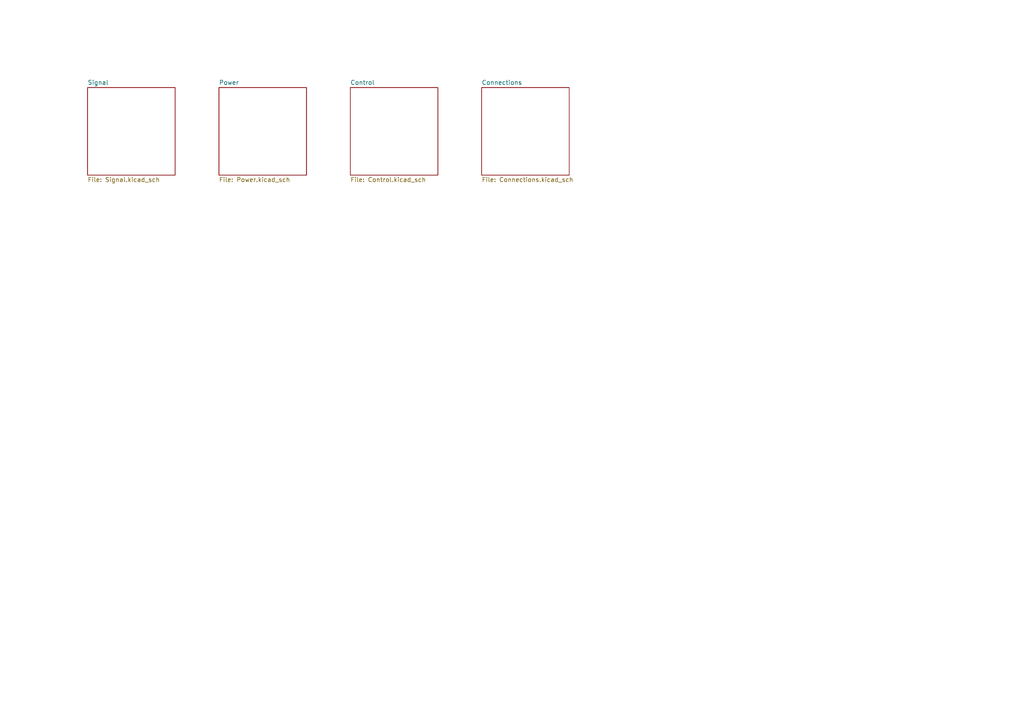
<source format=kicad_sch>
(kicad_sch
	(version 20231120)
	(generator "eeschema")
	(generator_version "8.0")
	(uuid "2b0bf6ef-6fb8-4b0f-8d72-c07d92ef1505")
	(paper "A4")
	(title_block
		(title "5kw Modular Traction Inverter Boost Converter")
		(date "2025-02-02")
		(rev "1")
		(company "Rail Vehicle Traction Inverter")
		(comment 1 "UCSC")
	)
	(lib_symbols)
	(sheet
		(at 101.6 25.4)
		(size 25.4 25.4)
		(fields_autoplaced yes)
		(stroke
			(width 0.1524)
			(type solid)
		)
		(fill
			(color 0 0 0 0.0000)
		)
		(uuid "37ee3ee0-aab0-4eff-92c8-47a0e2ab7113")
		(property "Sheetname" "Control"
			(at 101.6 24.6884 0)
			(effects
				(font
					(size 1.27 1.27)
				)
				(justify left bottom)
			)
		)
		(property "Sheetfile" "Control.kicad_sch"
			(at 101.6 51.3846 0)
			(effects
				(font
					(size 1.27 1.27)
				)
				(justify left top)
			)
		)
		(instances
			(project "InverterBoostConverter"
				(path "/2b0bf6ef-6fb8-4b0f-8d72-c07d92ef1505"
					(page "4")
				)
			)
		)
	)
	(sheet
		(at 25.4 25.4)
		(size 25.4 25.4)
		(fields_autoplaced yes)
		(stroke
			(width 0.1524)
			(type solid)
		)
		(fill
			(color 0 0 0 0.0000)
		)
		(uuid "527e7d2b-3639-4aaf-83b8-d008756c8827")
		(property "Sheetname" "Signal"
			(at 25.4 24.6884 0)
			(effects
				(font
					(size 1.27 1.27)
				)
				(justify left bottom)
			)
		)
		(property "Sheetfile" "Signal.kicad_sch"
			(at 25.4 51.3846 0)
			(effects
				(font
					(size 1.27 1.27)
				)
				(justify left top)
			)
		)
		(instances
			(project "InverterBoostConverter"
				(path "/2b0bf6ef-6fb8-4b0f-8d72-c07d92ef1505"
					(page "3")
				)
			)
		)
	)
	(sheet
		(at 139.7 25.4)
		(size 25.4 25.4)
		(fields_autoplaced yes)
		(stroke
			(width 0.1524)
			(type solid)
		)
		(fill
			(color 0 0 0 0.0000)
		)
		(uuid "82f7fab8-cbd5-42d4-beb1-f98996b2f032")
		(property "Sheetname" "Connections"
			(at 139.7 24.6884 0)
			(effects
				(font
					(size 1.27 1.27)
				)
				(justify left bottom)
			)
		)
		(property "Sheetfile" "Connections.kicad_sch"
			(at 139.7 51.3846 0)
			(effects
				(font
					(size 1.27 1.27)
				)
				(justify left top)
			)
		)
		(instances
			(project "InverterBoostConverter"
				(path "/2b0bf6ef-6fb8-4b0f-8d72-c07d92ef1505"
					(page "5")
				)
			)
		)
	)
	(sheet
		(at 63.5 25.4)
		(size 25.4 25.4)
		(fields_autoplaced yes)
		(stroke
			(width 0.1524)
			(type solid)
		)
		(fill
			(color 0 0 0 0.0000)
		)
		(uuid "ffe64959-1892-4d86-883d-faf1db434ad6")
		(property "Sheetname" "Power"
			(at 63.5 24.6884 0)
			(effects
				(font
					(size 1.27 1.27)
				)
				(justify left bottom)
			)
		)
		(property "Sheetfile" "Power.kicad_sch"
			(at 63.5 51.3846 0)
			(effects
				(font
					(size 1.27 1.27)
				)
				(justify left top)
			)
		)
		(instances
			(project "InverterBoostConverter"
				(path "/2b0bf6ef-6fb8-4b0f-8d72-c07d92ef1505"
					(page "2")
				)
			)
		)
	)
	(sheet_instances
		(path "/"
			(page "1")
		)
	)
)

</source>
